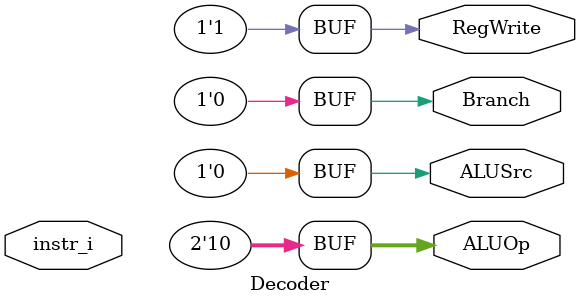
<source format=v>
/***************************************************
Student Name:  Áé¥ô°a ©P©sÁ¾
Student ID:  0816012 0816028
***************************************************/


`timescale 1ns/1ps

module Decoder(
	input [32-1:0] 	instr_i,
	output wire			ALUSrc,
	output wire			RegWrite,
	output wire			Branch,
	output wire [2-1:0]	ALUOp
	);
	
//Internal Signals
wire	[7-1:0]		opcode;
wire[3-1:0]		funct3;
wire	[3-1:0]		Instr_field;
wire	[9-1:0]		Ctrl_o;

assign ALUSrc = 0;
assign RegWrite = 1;
assign Branch = 0;
assign ALUOp = 2'b10;

endmodule





                    
                    
</source>
